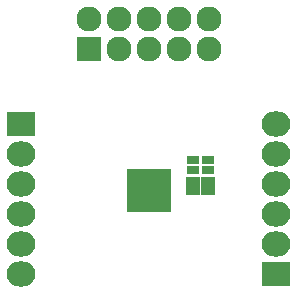
<source format=gbr>
G04 #@! TF.FileFunction,Soldermask,Bot*
%FSLAX46Y46*%
G04 Gerber Fmt 4.6, Leading zero omitted, Abs format (unit mm)*
G04 Created by KiCad (PCBNEW (2015-08-16 BZR 6097, Git b384c94)-product) date 08/12/2015 20:08:44*
%MOMM*%
G01*
G04 APERTURE LIST*
%ADD10C,0.100000*%
%ADD11R,1.162000X0.908000*%
%ADD12R,2.432000X2.127200*%
%ADD13O,2.432000X2.127200*%
%ADD14R,1.000000X0.800000*%
%ADD15R,2.075000X2.075000*%
%ADD16R,2.127200X2.127200*%
%ADD17O,2.127200X2.127200*%
G04 APERTURE END LIST*
D10*
D11*
X96456500Y-79146400D03*
X96456500Y-79857600D03*
X95186500Y-79146400D03*
X95186500Y-79857600D03*
D12*
X80645000Y-74295000D03*
D13*
X80645000Y-76835000D03*
X80645000Y-79375000D03*
X80645000Y-81915000D03*
X80645000Y-84455000D03*
X80645000Y-86995000D03*
D12*
X102235000Y-86995000D03*
D13*
X102235000Y-84455000D03*
X102235000Y-81915000D03*
X102235000Y-79375000D03*
X102235000Y-76835000D03*
X102235000Y-74295000D03*
D14*
X95186500Y-77274000D03*
X95186500Y-78174000D03*
X96456500Y-77274000D03*
X96456500Y-78174000D03*
D15*
X92277500Y-80720500D03*
X92277500Y-79045500D03*
X90602500Y-80720500D03*
X90602500Y-79045500D03*
D16*
X86360000Y-67945000D03*
D17*
X86360000Y-65405000D03*
X88900000Y-67945000D03*
X88900000Y-65405000D03*
X91440000Y-67945000D03*
X91440000Y-65405000D03*
X93980000Y-67945000D03*
X93980000Y-65405000D03*
X96520000Y-67945000D03*
X96520000Y-65405000D03*
M02*

</source>
